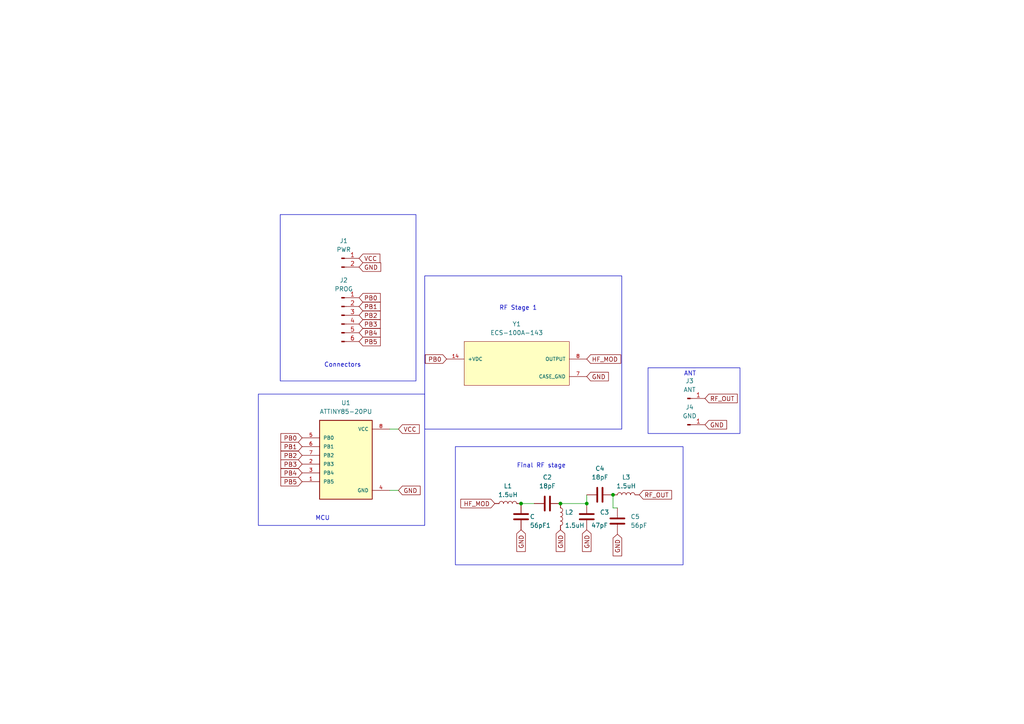
<source format=kicad_sch>
(kicad_sch (version 20230121) (generator eeschema)
  (paper "A4")
  (lib_symbols
    (symbol "ATTINY:ATTINY85-20PU" (pin_names (offset 1.016))
      (property "Reference" "U" (at -7.6263 11.4395 0))
      (property "Value" "ATTINY85-20PU" (at -7.5506 -13.9826 0))
      (symbol "ATTINY85-20PU_0_0"
        (rectangle (start -7.62 -11.43) (end 7.62 11.43) (stroke (width 0.254)) (fill (type background)))
        (pin bidirectional line (at -12.7 -6.35 0) (length 5.08) (name "PB5") (number "1"))
        (pin bidirectional line (at -12.7 -1.27 0) (length 5.08) (name "PB3") (number "2"))
        (pin bidirectional line (at -12.7 -3.81 0) (length 5.08) (name "PB4") (number "3"))
        (pin power_in line (at 12.7 -8.89 180) (length 5.08) (name "GND") (number "4"))
        (pin bidirectional line (at -12.7 6.35 0) (length 5.08) (name "PB0") (number "5"))
        (pin bidirectional line (at -12.7 3.81 0) (length 5.08) (name "PB1") (number "6"))
        (pin bidirectional line (at -12.7 1.27 0) (length 5.08) (name "PB2") (number "7"))
        (pin power_in line (at 12.7 8.89 180) (length 5.08) (name "VCC") (number "8"))
      )
    )
    (symbol "Connector:Conn_01x01_Pin" (pin_names (offset 1.016) hide)
      (property "Reference" "J" (at 0 2.54 0))
      (property "Value" "Conn_01x01_Pin" (at 0 -2.54 0))
      (symbol "Conn_01x01_Pin_1_1"
        (polyline (pts (xy 1.27 0) (xy 0.8636 0)) (stroke (width 0.1524)))
        (rectangle (start 0.8636 0.127) (end 0 -0.127) (stroke (width 0.1524)) (fill (type outline)))
        (pin passive line (at 5.08 0 180) (length 3.81) (name "Pin_1") (number "1"))
      )
    )
    (symbol "Connector:Conn_01x02_Pin" (pin_names (offset 1.016) hide)
      (property "Reference" "J" (at 0 2.54 0))
      (property "Value" "Conn_01x02_Pin" (at 0 -5.08 0))
      (symbol "Conn_01x02_Pin_1_1"
        (polyline (pts (xy 1.27 -2.54) (xy 0.8636 -2.54)) (stroke (width 0.1524)))
        (polyline (pts (xy 1.27 0) (xy 0.8636 0)) (stroke (width 0.1524)))
        (rectangle (start 0.8636 -2.413) (end 0 -2.667) (stroke (width 0.1524)) (fill (type outline)))
        (rectangle (start 0.8636 0.127) (end 0 -0.127) (stroke (width 0.1524)) (fill (type outline)))
        (pin passive line (at 5.08 0 180) (length 3.81) (name "Pin_1") (number "1"))
        (pin passive line (at 5.08 -2.54 180) (length 3.81) (name "Pin_2") (number "2"))
      )
    )
    (symbol "Connector:Conn_01x06_Pin" (pin_names (offset 1.016) hide)
      (property "Reference" "J" (at 0 7.62 0))
      (property "Value" "Conn_01x06_Pin" (at 0 -10.16 0))
      (symbol "Conn_01x06_Pin_1_1"
        (polyline (pts (xy 1.27 -7.62) (xy 0.8636 -7.62)) (stroke (width 0.1524)))
        (polyline (pts (xy 1.27 -5.08) (xy 0.8636 -5.08)) (stroke (width 0.1524)))
        (polyline (pts (xy 1.27 -2.54) (xy 0.8636 -2.54)) (stroke (width 0.1524)))
        (polyline (pts (xy 1.27 0) (xy 0.8636 0)) (stroke (width 0.1524)))
        (polyline (pts (xy 1.27 2.54) (xy 0.8636 2.54)) (stroke (width 0.1524)))
        (polyline (pts (xy 1.27 5.08) (xy 0.8636 5.08)) (stroke (width 0.1524)))
        (rectangle (start 0.8636 -7.493) (end 0 -7.747) (stroke (width 0.1524)) (fill (type outline)))
        (rectangle (start 0.8636 -4.953) (end 0 -5.207) (stroke (width 0.1524)) (fill (type outline)))
        (rectangle (start 0.8636 -2.413) (end 0 -2.667) (stroke (width 0.1524)) (fill (type outline)))
        (rectangle (start 0.8636 0.127) (end 0 -0.127) (stroke (width 0.1524)) (fill (type outline)))
        (rectangle (start 0.8636 2.667) (end 0 2.413) (stroke (width 0.1524)) (fill (type outline)))
        (rectangle (start 0.8636 5.207) (end 0 4.953) (stroke (width 0.1524)) (fill (type outline)))
        (pin passive line (at 5.08 5.08 180) (length 3.81) (name "Pin_1") (number "1"))
        (pin passive line (at 5.08 2.54 180) (length 3.81) (name "Pin_2") (number "2"))
        (pin passive line (at 5.08 0 180) (length 3.81) (name "Pin_3") (number "3"))
        (pin passive line (at 5.08 -2.54 180) (length 3.81) (name "Pin_4") (number "4"))
        (pin passive line (at 5.08 -5.08 180) (length 3.81) (name "Pin_5") (number "5"))
        (pin passive line (at 5.08 -7.62 180) (length 3.81) (name "Pin_6") (number "6"))
      )
    )
    (symbol "Device:C" (pin_numbers hide) (pin_names (offset 0.254))
      (property "Reference" "C" (at 0.635 2.54 0))
      (property "Value" "C" (at 0.635 -2.54 0))
      (symbol "C_0_1"
        (polyline (pts (xy -2.032 -0.762) (xy 2.032 -0.762)) (stroke (width 0.508)))
        (polyline (pts (xy -2.032 0.762) (xy 2.032 0.762)) (stroke (width 0.508)))
      )
      (symbol "C_1_1"
        (pin passive line (at 0 3.81 270) (length 2.794) (name "~") (number "1"))
        (pin passive line (at 0 -3.81 90) (length 2.794) (name "~") (number "2"))
      )
    )
    (symbol "Device:L" (pin_numbers hide) (pin_names (offset 1.016) hide)
      (property "Reference" "L" (at -1.27 0 90))
      (property "Value" "L" (at 1.905 0 90))
      (symbol "L_0_1"
        (arc (start 0 -2.54) (mid 0.6323 -1.905) (end 0 -1.27))
        (arc (start 0 -1.27) (mid 0.6323 -0.635) (end 0 0))
        (arc (start 0 0) (mid 0.6323 0.635) (end 0 1.27))
        (arc (start 0 1.27) (mid 0.6323 1.905) (end 0 2.54))
      )
      (symbol "L_1_1"
        (pin passive line (at 0 3.81 270) (length 1.27) (name "1") (number "1"))
        (pin passive line (at 0 -3.81 90) (length 1.27) (name "2") (number "2"))
      )
    )
    (symbol "Osc:ECS-100A-143" (pin_names (offset 1.016))
      (property "Reference" "Y" (at -15.3343 5.1114 0))
      (property "Value" "ECS-100A-143" (at -15.2975 -10.1984 0))
      (symbol "ECS-100A-143_0_0"
        (rectangle (start -15.24 -7.62) (end 15.24 5.08) (stroke (width 0.127)) (fill (type background)))
        (pin input line (at -20.32 0 0) (length 5.08) (name "+VDC") (number "14"))
        (pin power_in line (at 20.32 -5.08 180) (length 5.08) (name "CASE_GND") (number "7"))
        (pin output line (at 20.32 0 180) (length 5.08) (name "OUTPUT") (number "8"))
      )
    )
  )
  (junction (at 177.8 143.51))
  (junction (at 151.13 146.05))
  (junction (at 162.56 146.05))
  (junction (at 170.18 146.05))
  (wire (pts (xy 162.56 146.05) (xy 170.18 146.05)))
  (wire (pts (xy 113.03 142.24) (xy 115.57 142.24)))
  (wire (pts (xy 154.94 146.05) (xy 151.13 146.05)))
  (wire (pts (xy 177.8 147.32) (xy 177.8 143.51)))
  (wire (pts (xy 179.07 147.32) (xy 177.8 147.32)))
  (wire (pts (xy 113.03 124.46) (xy 115.57 124.46)))
  (wire (pts (xy 170.18 143.51) (xy 170.18 146.05)))
  (rectangle (start 81.28 62.23) (end 120.65 110.49))
  (rectangle (start 132.08 129.54) (end 198.12 163.83))
  (rectangle (start 187.96 106.68) (end 214.63 125.73))
  (rectangle (start 123.19 80.01) (end 180.34 124.46))
  (rectangle (start 74.93 114.3) (end 123.19 152.4))
  (text "ANT" (at 201.93 109.22 0) (effects (font (size 1.27 1.27)) (justify right bottom)))
  (text "RF Stage 1" (at 144.78 90.17 0) (effects (font (size 1.27 1.27)) (justify left bottom)))
  (text "MCU" (at 91.44 151.13 0) (effects (font (size 1.27 1.27)) (justify left bottom)))
  (text "Connectors\n" (at 93.98 106.68 0) (effects (font (size 1.27 1.27)) (justify left bottom)))
  (text "Final RF stage" (at 149.86 135.89 0) (effects (font (size 1.27 1.27)) (justify left bottom)))
  (global_label "GND" (shape input) (at 151.13 153.67 270) (property "Intersheetrefs" "${INTERSHEET_REFS}" (effects hide)))
  (global_label "GND" (shape input) (at 204.47 123.19 0) (property "Intersheetrefs" "${INTERSHEET_REFS}" (effects hide)))
  (global_label "PB4" (shape input) (at 104.14 96.52 0) (property "Intersheetrefs" "${INTERSHEET_REFS}" (effects hide)))
  (global_label "PB1" (shape input) (at 87.63 129.54 180) (property "Intersheetrefs" "${INTERSHEET_REFS}" (effects hide)))
  (global_label "PB5" (shape input) (at 104.14 99.06 0) (property "Intersheetrefs" "${INTERSHEET_REFS}" (effects hide)))
  (global_label "VCC" (shape input) (at 115.57 124.46 0) (property "Intersheetrefs" "${INTERSHEET_REFS}" (effects hide)))
  (global_label "PB2" (shape input) (at 104.14 91.44 0) (property "Intersheetrefs" "${INTERSHEET_REFS}" (effects hide)))
  (global_label "PB4" (shape input) (at 87.63 137.16 180) (property "Intersheetrefs" "${INTERSHEET_REFS}" (effects hide)))
  (global_label "PB0" (shape input) (at 104.14 86.36 0) (property "Intersheetrefs" "${INTERSHEET_REFS}" (effects hide)))
  (global_label "GND" (shape input) (at 104.14 77.47 0) (property "Intersheetrefs" "${INTERSHEET_REFS}" (effects hide)))
  (global_label "GND" (shape input) (at 115.57 142.24 0) (property "Intersheetrefs" "${INTERSHEET_REFS}" (effects hide)))
  (global_label "PB0" (shape input) (at 129.54 104.14 180) (property "Intersheetrefs" "${INTERSHEET_REFS}" (effects hide)))
  (global_label "GND" (shape input) (at 170.18 109.22 0) (property "Intersheetrefs" "${INTERSHEET_REFS}" (effects hide)))
  (global_label "PB3" (shape input) (at 87.63 134.62 180) (property "Intersheetrefs" "${INTERSHEET_REFS}" (effects hide)))
  (global_label "RF_OUT" (shape input) (at 204.47 115.57 0) (property "Intersheetrefs" "${INTERSHEET_REFS}" (effects hide)))
  (global_label "PB2" (shape input) (at 87.63 132.08 180) (property "Intersheetrefs" "${INTERSHEET_REFS}" (effects hide)))
  (global_label "HF_MOD" (shape input) (at 143.51 146.05 180) (property "Intersheetrefs" "${INTERSHEET_REFS}" (effects hide)))
  (global_label "GND" (shape input) (at 170.18 153.67 270) (property "Intersheetrefs" "${INTERSHEET_REFS}" (effects hide)))
  (global_label "GND" (shape input) (at 162.56 153.67 270) (property "Intersheetrefs" "${INTERSHEET_REFS}" (effects hide)))
  (global_label "VCC" (shape input) (at 104.14 74.93 0) (property "Intersheetrefs" "${INTERSHEET_REFS}" (effects hide)))
  (global_label "RF_OUT" (shape input) (at 185.42 143.51 0) (property "Intersheetrefs" "${INTERSHEET_REFS}" (effects hide)))
  (global_label "HF_MOD" (shape input) (at 170.18 104.14 0) (property "Intersheetrefs" "${INTERSHEET_REFS}" (effects hide)))
  (global_label "PB1" (shape input) (at 104.14 88.9 0) (property "Intersheetrefs" "${INTERSHEET_REFS}" (effects hide)))
  (global_label "PB0" (shape input) (at 87.63 127 180) (property "Intersheetrefs" "${INTERSHEET_REFS}" (effects hide)))
  (global_label "GND" (shape input) (at 179.07 154.94 270) (property "Intersheetrefs" "${INTERSHEET_REFS}" (effects hide)))
  (global_label "PB5" (shape input) (at 87.63 139.7 180) (property "Intersheetrefs" "${INTERSHEET_REFS}" (effects hide)))
  (global_label "PB3" (shape input) (at 104.14 93.98 0) (property "Intersheetrefs" "${INTERSHEET_REFS}" (effects hide)))
  (symbol (lib_id "Device:C") (at 158.75 146.05 90) (unit 1)
    (property "Reference" "C2" (at 158.75 138.43 90))
    (property "Value" "18pF" (at 158.75 140.97 90))
    (property "Footprint" "Capacitor_SMD:C_1206_3216Metric_Pad1.33x1.80mm_HandSolder" (effects hide))
  )
  (symbol (lib_id "Connector:Conn_01x02_Pin") (at 99.06 74.93 0) (unit 1)
    (property "Reference" "J1" (at 99.695 69.85 0))
    (property "Value" "PWR" (at 99.695 72.39 0))
    (property "Footprint" "Connector_PinSocket_2.54mm:PinSocket_1x02_P2.54mm_Vertical" (effects hide))
  )
  (symbol (lib_id "Device:L") (at 162.56 149.86 0) (unit 1)
    (property "Reference" "L2" (at 163.83 148.59 0) (effects (justify left)))
    (property "Value" "1.5uH" (at 163.83 152.4 0) (effects (justify left)))
    (property "Footprint" "Inductor_SMD:L_0805_2012Metric_Pad1.15x1.40mm_HandSolder" (effects hide))
  )
  (symbol (lib_id "Device:C") (at 170.18 149.86 0) (unit 1)
    (property "Reference" "C3" (at 173.99 148.59 0) (effects (justify left)))
    (property "Value" "47pF" (at 171.45 152.4 0) (effects (justify left)))
    (property "Footprint" "Capacitor_SMD:C_1206_3216Metric_Pad1.33x1.80mm_HandSolder" (effects hide))
  )
  (symbol (lib_id "Connector:Conn_01x01_Pin") (at 199.39 123.19 0) (unit 1)
    (property "Reference" "J4" (at 200.025 118.11 0))
    (property "Value" "GND" (at 200.025 120.65 0))
    (property "Footprint" "TestPoint:TestPoint_THTPad_D2.5mm_Drill1.2mm" (effects hide))
  )
  (symbol (lib_id "Connector:Conn_01x01_Pin") (at 199.39 115.57 0) (unit 1)
    (property "Reference" "J3" (at 200.025 110.49 0))
    (property "Value" "ANT" (at 200.025 113.03 0))
    (property "Footprint" "TestPoint:TestPoint_THTPad_D2.5mm_Drill1.2mm" (effects hide))
  )
  (symbol (lib_id "ATTINY:ATTINY85-20PU") (at 100.33 133.35 0) (unit 1)
    (property "Reference" "U1" (at 100.33 116.84 0))
    (property "Value" "ATTINY85-20PU" (at 100.33 119.38 0))
    (property "Footprint" "OS44:ATTINY85" (effects hide))
    (property "MF" "Microchip" (effects hide))
    (property "Description" "\nAVR AVR® ATtiny, Functional Safety (FuSa) Microcontroller IC 8-Bit 20MHz 8KB (4K x 16) FLASH 8-PDIP\n" (effects hide))
    (property "Package" "DIP-8 Atmel" (effects hide))
    (property "Price" "None" (effects hide))
    (property "Check_prices" "https://www.snapeda.com/parts/ATTINY85-20PU/Microchip/view-part/?ref=eda" (effects hide))
    (property "SnapEDA_Link" "https://www.snapeda.com/parts/ATTINY85-20PU/Microchip/view-part/?ref=snap" (effects hide))
    (property "MP" "ATTINY85-20PU" (effects hide))
    (property "Purchase-URL" "https://www.snapeda.com/api/url_track_click_mouser/?unipart_id=42827&manufacturer=Microchip&part_name=ATTINY85-20PU&search_term=None" (effects hide))
    (property "Availability" "In Stock" (effects hide))
    (property "MANUFACTURER" "Atmel" (effects hide))
  )
  (symbol (lib_id "Osc:ECS-100A-143") (at 149.86 104.14 0) (unit 1)
    (property "Reference" "Y1" (at 149.86 93.98 0))
    (property "Value" "ECS-100A-143" (at 149.86 96.52 0))
    (property "Footprint" "OS44:OSC_ECS-100A-143" (effects hide))
    (property "MF" "ECS International" (effects hide))
    (property "DESCRIPTION" "TH Crystal Oscillator 64MHz 4-Pin DIP" (effects hide))
    (property "PACKAGE" "DIP-4 ECS International" (effects hide))
    (property "PRICE" "1.89 USD" (effects hide))
    (property "MP" "ECS-100AX-640" (effects hide))
    (property "AVAILABILITY" "Warning" (effects hide))
  )
  (symbol (lib_id "Device:L") (at 181.61 143.51 90) (unit 1)
    (property "Reference" "L3" (at 181.61 138.43 90))
    (property "Value" "1.5uH" (at 181.61 140.97 90))
    (property "Footprint" "Inductor_SMD:L_0805_2012Metric_Pad1.15x1.40mm_HandSolder" (effects hide))
  )
  (symbol (lib_id "Device:C") (at 151.13 149.86 0) (unit 1)
    (property "Reference" "56pF1" (at 153.67 152.4 0) (effects (justify left)))
    (property "Value" "C" (at 153.67 149.86 0) (effects (justify left)))
    (property "Footprint" "Capacitor_SMD:C_1210_3225Metric_Pad1.33x2.70mm_HandSolder" (effects hide))
  )
  (symbol (lib_id "Device:C") (at 179.07 151.13 0) (unit 1)
    (property "Reference" "C5" (at 182.88 149.86 0) (effects (justify left)))
    (property "Value" "56pF" (at 182.88 152.4 0) (effects (justify left)))
    (property "Footprint" "Capacitor_SMD:C_1210_3225Metric_Pad1.33x2.70mm_HandSolder" (effects hide))
  )
  (symbol (lib_id "Connector:Conn_01x06_Pin") (at 99.06 91.44 0) (unit 1)
    (property "Reference" "J2" (at 99.695 81.28 0))
    (property "Value" "PROG" (at 99.695 83.82 0))
    (property "Footprint" "Connector_PinSocket_2.54mm:PinSocket_1x06_P2.54mm_Vertical" (effects hide))
  )
  (symbol (lib_id "Device:L") (at 147.32 146.05 90) (unit 1)
    (property "Reference" "L1" (at 147.32 140.97 90))
    (property "Value" "1.5uH" (at 147.32 143.51 90))
    (property "Footprint" "Inductor_SMD:L_0805_2012Metric_Pad1.15x1.40mm_HandSolder" (effects hide))
  )
  (symbol (lib_id "Device:C") (at 173.99 143.51 90) (unit 1)
    (property "Reference" "C4" (at 173.99 135.89 90))
    (property "Value" "18pF" (at 173.99 138.43 90))
    (property "Footprint" "Capacitor_SMD:C_1206_3216Metric_Pad1.33x1.80mm_HandSolder" (effects hide))
  )
)
</source>
